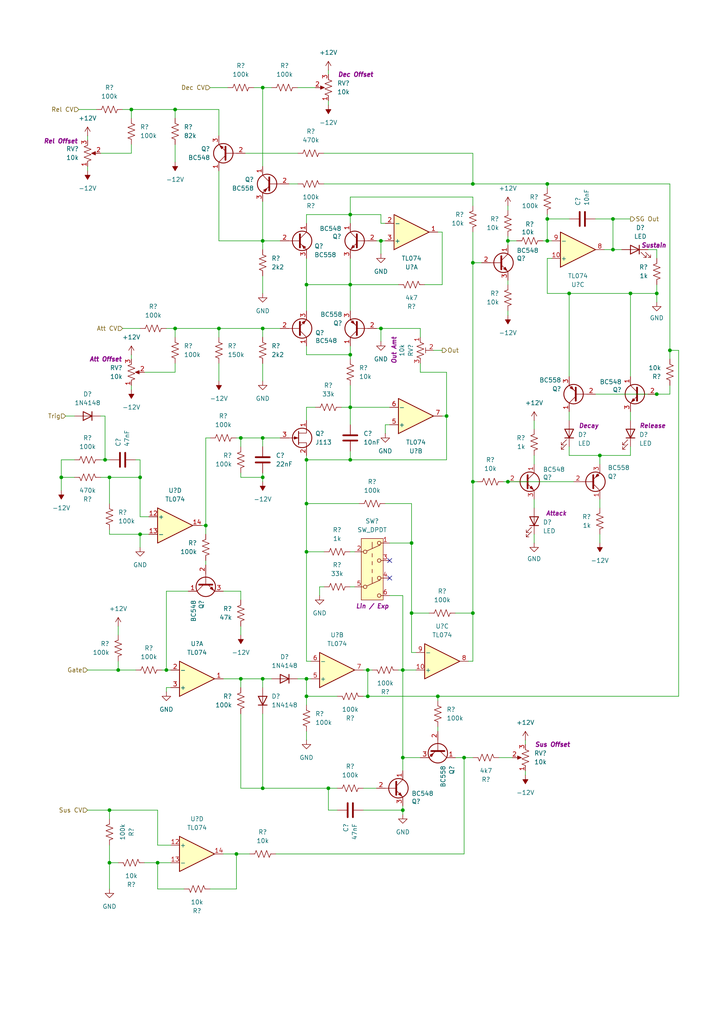
<source format=kicad_sch>
(kicad_sch (version 20250114) (generator "eeschema") (generator_version "9.0")
  (paper "A4" portrait)
  (title_block (company "DMH Instruments") (comment 1 "PCB for 15cm Kosmo format synthesizer module"))
  (junction (at 17.78 138.43))
  (junction (at 45.72 250.19))
  (junction (at 173.99 132.08))
  (junction (at 158.75 53.34))
  (junction (at 31.75 138.43))
  (junction (at 158.75 69.85))
  (junction (at 137.16 53.34))
  (junction (at 101.6 82.55))
  (junction (at 76.2 228.6))
  (junction (at 76.2 25.4))
  (junction (at 165.1 85.09))
  (junction (at 119.38 157.48))
  (junction (at 116.84 234.95))
  (junction (at 147.32 69.85))
  (junction (at 177.8 72.39))
  (junction (at 88.9 146.05))
  (junction (at 147.32 139.7))
  (junction (at 129.54 120.65))
  (junction (at 88.9 201.93))
  (junction (at 76.2 138.43))
  (junction (at 127 201.93))
  (junction (at 101.6 118.11))
  (junction (at 31.75 250.19))
  (junction (at 119.38 177.8))
  (junction (at 190.5 85.09))
  (junction (at 50.8 31.75))
  (junction (at 101.6 62.23))
  (junction (at 31.75 234.95))
  (junction (at 69.85 127))
  (junction (at 63.5 95.25))
  (junction (at 88.9 160.02))
  (junction (at 137.16 139.7))
  (junction (at 50.8 95.25))
  (junction (at 38.1 31.75))
  (junction (at 30.48 133.35))
  (junction (at 76.2 196.85))
  (junction (at 106.68 194.31))
  (junction (at 101.6 133.35))
  (junction (at 95.25 228.6))
  (junction (at 76.2 95.25))
  (junction (at 59.69 152.4))
  (junction (at 106.68 201.93))
  (junction (at 194.31 101.6))
  (junction (at 76.2 127))
  (junction (at 88.9 82.55))
  (junction (at 134.62 219.71))
  (junction (at 69.85 196.85))
  (junction (at 101.6 102.87))
  (junction (at 177.8 63.5))
  (junction (at 34.29 194.31))
  (junction (at 158.75 63.5))
  (junction (at 76.2 69.85))
  (junction (at 40.64 154.94))
  (junction (at 110.49 95.25))
  (junction (at 137.16 76.2))
  (junction (at 88.9 196.85))
  (junction (at 116.84 219.71))
  (junction (at 190.5 114.3))
  (junction (at 40.64 138.43))
  (junction (at 110.49 69.85))
  (junction (at 116.84 194.31))
  (junction (at 182.88 85.09))
  (junction (at 137.16 177.8))
  (junction (at 48.26 194.31))
  (junction (at 68.58 247.65))
  (junction (at 88.9 133.35))
  (no_connect (at 113.03 162.56))
  (no_connect (at 113.03 167.64))
  (wire (pts (xy 48.26 171.45) (xy 48.26 194.31)))
  (wire (pts (xy 154.94 121.92) (xy 154.94 124.46)))
  (wire (pts (xy 48.26 194.31) (xy 49.53 194.31)))
  (wire (pts (xy 19.05 120.65) (xy 21.59 120.65)))
  (wire (pts (xy 63.5 69.85) (xy 76.2 69.85)))
  (wire (pts (xy 76.2 196.85) (xy 78.74 196.85)))
  (wire (pts (xy 121.92 107.95) (xy 129.54 107.95)))
  (wire (pts (xy 132.08 177.8) (xy 137.16 177.8)))
  (wire (pts (xy 182.88 129.54) (xy 182.88 132.08)))
  (wire (pts (xy 158.75 69.85) (xy 160.02 69.85)))
  (wire (pts (xy 90.17 191.77) (xy 88.9 191.77)))
  (wire (pts (xy 154.94 132.08) (xy 154.94 134.62)))
  (wire (pts (xy 116.84 233.68) (xy 116.84 234.95)))
  (wire (pts (xy 129.54 120.65) (xy 128.27 120.65)))
  (wire (pts (xy 113.03 157.48) (xy 119.38 157.48)))
  (wire (pts (xy 137.16 76.2) (xy 137.16 139.7)))
  (wire (pts (xy 110.49 69.85) (xy 110.49 73.66)))
  (wire (pts (xy 25.4 194.31) (xy 34.29 194.31)))
  (wire (pts (xy 116.84 219.71) (xy 116.84 223.52)))
  (wire (pts (xy 101.6 82.55) (xy 101.6 90.17)))
  (wire (pts (xy 99.06 118.11) (xy 101.6 118.11)))
  (wire (pts (xy 106.68 201.93) (xy 106.68 194.31)))
  (wire (pts (xy 59.69 152.4) (xy 58.42 152.4)))
  (wire (pts (xy 88.9 196.85) (xy 88.9 201.93)))
  (wire (pts (xy 158.75 85.09) (xy 165.1 85.09)))
  (wire (pts (xy 97.79 234.95) (xy 95.25 234.95)))
  (wire (pts (xy 196.85 101.6) (xy 194.31 101.6)))
  (wire (pts (xy 106.68 194.31) (xy 107.95 194.31)))
  (wire (pts (xy 63.5 31.75) (xy 50.8 31.75)))
  (wire (pts (xy 76.2 129.54) (xy 76.2 127)))
  (wire (pts (xy 137.16 57.15) (xy 101.6 57.15)))
  (wire (pts (xy 109.22 69.85) (xy 110.49 69.85)))
  (wire (pts (xy 93.98 170.18) (xy 92.71 170.18)))
  (wire (pts (xy 88.9 196.85) (xy 90.17 196.85)))
  (wire (pts (xy 182.88 85.09) (xy 182.88 109.22)))
  (wire (pts (xy 76.2 80.01) (xy 76.2 85.09)))
  (wire (pts (xy 40.64 154.94) (xy 40.64 158.75)))
  (wire (pts (xy 17.78 142.24) (xy 17.78 138.43)))
  (wire (pts (xy 137.16 44.45) (xy 137.16 53.34)))
  (wire (pts (xy 31.75 138.43) (xy 31.75 146.05)))
  (wire (pts (xy 101.6 57.15) (xy 101.6 62.23)))
  (wire (pts (xy 137.16 177.8) (xy 137.16 191.77)))
  (wire (pts (xy 88.9 160.02) (xy 93.98 160.02)))
  (wire (pts (xy 121.92 95.25) (xy 121.92 97.79)))
  (wire (pts (xy 93.98 53.34) (xy 137.16 53.34)))
  (wire (pts (xy 63.5 39.37) (xy 63.5 31.75)))
  (wire (pts (xy 38.1 41.91) (xy 38.1 44.45)))
  (wire (pts (xy 50.8 41.91) (xy 50.8 46.99)))
  (wire (pts (xy 152.4 214.63) (xy 152.4 215.9)))
  (wire (pts (xy 110.49 62.23) (xy 101.6 62.23)))
  (wire (pts (xy 157.48 69.85) (xy 158.75 69.85)))
  (wire (pts (xy 88.9 118.11) (xy 91.44 118.11)))
  (wire (pts (xy 165.1 132.08) (xy 173.99 132.08)))
  (wire (pts (xy 110.49 64.77) (xy 110.49 62.23)))
  (wire (pts (xy 165.1 119.38) (xy 165.1 121.92)))
  (wire (pts (xy 194.31 104.14) (xy 194.31 101.6)))
  (wire (pts (xy 194.31 111.76) (xy 194.31 114.3)))
  (wire (pts (xy 119.38 146.05) (xy 119.38 157.48)))
  (wire (pts (xy 101.6 111.76) (xy 101.6 118.11)))
  (wire (pts (xy 116.84 194.31) (xy 120.65 194.31)))
  (wire (pts (xy 60.96 25.4) (xy 66.04 25.4)))
  (wire (pts (xy 177.8 72.39) (xy 180.34 72.39)))
  (wire (pts (xy 88.9 160.02) (xy 88.9 146.05)))
  (wire (pts (xy 137.16 67.31) (xy 137.16 76.2)))
  (wire (pts (xy 127 210.82) (xy 127 212.09)))
  (wire (pts (xy 69.85 129.54) (xy 69.85 127)))
  (wire (pts (xy 95.25 228.6) (xy 97.79 228.6)))
  (wire (pts (xy 88.9 102.87) (xy 101.6 102.87)))
  (wire (pts (xy 158.75 53.34) (xy 158.75 54.61)))
  (wire (pts (xy 35.56 31.75) (xy 38.1 31.75)))
  (wire (pts (xy 119.38 177.8) (xy 124.46 177.8)))
  (wire (pts (xy 165.1 85.09) (xy 182.88 85.09)))
  (wire (pts (xy 34.29 194.31) (xy 34.29 191.77)))
  (wire (pts (xy 88.9 132.08) (xy 88.9 133.35)))
  (wire (pts (xy 45.72 245.11) (xy 45.72 234.95)))
  (wire (pts (xy 194.31 101.6) (xy 194.31 53.34)))
  (wire (pts (xy 175.26 72.39) (xy 177.8 72.39)))
  (wire (pts (xy 88.9 74.93) (xy 88.9 82.55)))
  (wire (pts (xy 63.5 105.41) (xy 63.5 110.49)))
  (wire (pts (xy 40.64 138.43) (xy 40.64 149.86)))
  (wire (pts (xy 76.2 228.6) (xy 95.25 228.6)))
  (wire (pts (xy 101.6 82.55) (xy 115.57 82.55)))
  (wire (pts (xy 127 67.31) (xy 128.27 67.31)))
  (wire (pts (xy 147.32 69.85) (xy 149.86 69.85)))
  (wire (pts (xy 137.16 53.34) (xy 158.75 53.34)))
  (wire (pts (xy 25.4 39.37) (xy 25.4 40.64)))
  (wire (pts (xy 38.1 102.87) (xy 38.1 104.14)))
  (wire (pts (xy 50.8 95.25) (xy 63.5 95.25)))
  (wire (pts (xy 137.16 76.2) (xy 139.7 76.2)))
  (wire (pts (xy 129.54 133.35) (xy 129.54 120.65)))
  (wire (pts (xy 31.75 138.43) (xy 40.64 138.43)))
  (wire (pts (xy 113.03 123.19) (xy 111.76 123.19)))
  (wire (pts (xy 49.53 199.39) (xy 48.26 199.39)))
  (wire (pts (xy 137.16 191.77) (xy 135.89 191.77)))
  (wire (pts (xy 81.28 95.25) (xy 76.2 95.25)))
  (wire (pts (xy 116.84 194.31) (xy 116.84 219.71)))
  (wire (pts (xy 88.9 133.35) (xy 101.6 133.35)))
  (wire (pts (xy 88.9 146.05) (xy 88.9 133.35)))
  (wire (pts (xy 76.2 69.85) (xy 76.2 72.39)))
  (wire (pts (xy 69.85 228.6) (xy 76.2 228.6)))
  (wire (pts (xy 53.34 257.81) (xy 45.72 257.81)))
  (wire (pts (xy 146.05 139.7) (xy 147.32 139.7)))
  (wire (pts (xy 132.08 219.71) (xy 134.62 219.71)))
  (wire (pts (xy 68.58 127) (xy 69.85 127)))
  (wire (pts (xy 177.8 72.39) (xy 177.8 63.5)))
  (wire (pts (xy 76.2 25.4) (xy 76.2 48.26)))
  (wire (pts (xy 119.38 157.48) (xy 119.38 177.8)))
  (wire (pts (xy 147.32 68.58) (xy 147.32 69.85)))
  (wire (pts (xy 17.78 138.43) (xy 21.59 138.43)))
  (wire (pts (xy 194.31 114.3) (xy 190.5 114.3)))
  (wire (pts (xy 69.85 138.43) (xy 76.2 138.43)))
  (wire (pts (xy 50.8 31.75) (xy 38.1 31.75)))
  (wire (pts (xy 190.5 85.09) (xy 190.5 87.63)))
  (wire (pts (xy 38.1 111.76) (xy 38.1 113.03)))
  (wire (pts (xy 144.78 219.71) (xy 148.59 219.71)))
  (wire (pts (xy 31.75 234.95) (xy 31.75 237.49)))
  (wire (pts (xy 111.76 146.05) (xy 119.38 146.05)))
  (wire (pts (xy 29.21 138.43) (xy 31.75 138.43)))
  (wire (pts (xy 154.94 154.94) (xy 154.94 157.48)))
  (wire (pts (xy 76.2 105.41) (xy 76.2 110.49)))
  (wire (pts (xy 86.36 25.4) (xy 91.44 25.4)))
  (wire (pts (xy 68.58 257.81) (xy 68.58 247.65)))
  (wire (pts (xy 86.36 196.85) (xy 88.9 196.85)))
  (wire (pts (xy 110.49 95.25) (xy 110.49 99.06)))
  (wire (pts (xy 152.4 223.52) (xy 152.4 224.79)))
  (wire (pts (xy 76.2 196.85) (xy 69.85 196.85)))
  (wire (pts (xy 40.64 154.94) (xy 31.75 154.94)))
  (wire (pts (xy 101.6 160.02) (xy 102.87 160.02)))
  (wire (pts (xy 116.84 172.72) (xy 116.84 194.31)))
  (wire (pts (xy 173.99 132.08) (xy 182.88 132.08)))
  (wire (pts (xy 105.41 234.95) (xy 116.84 234.95)))
  (wire (pts (xy 76.2 127) (xy 81.28 127)))
  (wire (pts (xy 121.92 105.41) (xy 121.92 107.95)))
  (wire (pts (xy 38.1 31.75) (xy 38.1 34.29)))
  (wire (pts (xy 147.32 90.17) (xy 147.32 91.44)))
  (wire (pts (xy 73.66 25.4) (xy 76.2 25.4)))
  (wire (pts (xy 69.85 181.61) (xy 69.85 184.15)))
  (wire (pts (xy 95.25 20.32) (xy 95.25 21.59)))
  (wire (pts (xy 158.75 74.93) (xy 158.75 85.09)))
  (wire (pts (xy 95.25 29.21) (xy 95.25 30.48)))
  (wire (pts (xy 119.38 189.23) (xy 120.65 189.23)))
  (wire (pts (xy 128.27 82.55) (xy 123.19 82.55)))
  (wire (pts (xy 39.37 194.31) (xy 34.29 194.31)))
  (wire (pts (xy 88.9 146.05) (xy 104.14 146.05)))
  (wire (pts (xy 105.41 228.6) (xy 109.22 228.6)))
  (wire (pts (xy 182.88 85.09) (xy 190.5 85.09)))
  (wire (pts (xy 88.9 82.55) (xy 101.6 82.55)))
  (wire (pts (xy 111.76 64.77) (xy 110.49 64.77)))
  (wire (pts (xy 76.2 138.43) (xy 76.2 139.7)))
  (wire (pts (xy 50.8 97.79) (xy 50.8 95.25)))
  (wire (pts (xy 25.4 234.95) (xy 31.75 234.95)))
  (wire (pts (xy 101.6 62.23) (xy 101.6 64.77)))
  (wire (pts (xy 147.32 59.69) (xy 147.32 60.96)))
  (wire (pts (xy 172.72 63.5) (xy 177.8 63.5)))
  (wire (pts (xy 116.84 234.95) (xy 116.84 236.22)))
  (wire (pts (xy 22.86 31.75) (xy 27.94 31.75)))
  (wire (pts (xy 59.69 152.4) (xy 59.69 127)))
  (wire (pts (xy 60.96 257.81) (xy 68.58 257.81)))
  (wire (pts (xy 69.85 207.01) (xy 69.85 228.6)))
  (wire (pts (xy 30.48 120.65) (xy 30.48 133.35)))
  (wire (pts (xy 119.38 177.8) (xy 119.38 189.23)))
  (wire (pts (xy 88.9 212.09) (xy 88.9 214.63)))
  (wire (pts (xy 190.5 72.39) (xy 190.5 74.93)))
  (wire (pts (xy 76.2 95.25) (xy 76.2 97.79)))
  (wire (pts (xy 137.16 139.7) (xy 137.16 177.8)))
  (wire (pts (xy 137.16 59.69) (xy 137.16 57.15)))
  (wire (pts (xy 129.54 107.95) (xy 129.54 120.65)))
  (wire (pts (xy 137.16 139.7) (xy 138.43 139.7)))
  (wire (pts (xy 196.85 201.93) (xy 196.85 101.6)))
  (wire (pts (xy 110.49 69.85) (xy 111.76 69.85)))
  (wire (pts (xy 64.77 171.45) (xy 69.85 171.45)))
  (wire (pts (xy 31.75 154.94) (xy 31.75 153.67)))
  (wire (pts (xy 88.9 191.77) (xy 88.9 160.02)))
  (wire (pts (xy 190.5 82.55) (xy 190.5 85.09)))
  (wire (pts (xy 69.85 196.85) (xy 69.85 199.39)))
  (wire (pts (xy 80.01 247.65) (xy 134.62 247.65)))
  (wire (pts (xy 101.6 133.35) (xy 129.54 133.35)))
  (wire (pts (xy 76.2 25.4) (xy 78.74 25.4)))
  (wire (pts (xy 101.6 102.87) (xy 101.6 104.14)))
  (wire (pts (xy 158.75 62.23) (xy 158.75 63.5)))
  (wire (pts (xy 63.5 95.25) (xy 76.2 95.25)))
  (wire (pts (xy 109.22 95.25) (xy 110.49 95.25)))
  (wire (pts (xy 113.03 172.72) (xy 116.84 172.72)))
  (wire (pts (xy 41.91 250.19) (xy 45.72 250.19)))
  (wire (pts (xy 34.29 181.61) (xy 34.29 184.15)))
  (wire (pts (xy 95.25 234.95) (xy 95.25 228.6)))
  (wire (pts (xy 45.72 250.19) (xy 49.53 250.19)))
  (wire (pts (xy 25.4 48.26) (xy 25.4 49.53)))
  (wire (pts (xy 92.71 170.18) (xy 92.71 172.72)))
  (wire (pts (xy 76.2 199.39) (xy 76.2 196.85)))
  (wire (pts (xy 41.91 107.95) (xy 50.8 107.95)))
  (wire (pts (xy 76.2 58.42) (xy 76.2 69.85)))
  (wire (pts (xy 182.88 119.38) (xy 182.88 121.92)))
  (wire (pts (xy 158.75 63.5) (xy 165.1 63.5)))
  (wire (pts (xy 93.98 44.45) (xy 137.16 44.45)))
  (wire (pts (xy 17.78 133.35) (xy 17.78 138.43)))
  (wire (pts (xy 88.9 121.92) (xy 88.9 118.11)))
  (wire (pts (xy 64.77 247.65) (xy 68.58 247.65)))
  (wire (pts (xy 59.69 162.56) (xy 59.69 163.83)))
  (wire (pts (xy 29.21 120.65) (xy 30.48 120.65)))
  (wire (pts (xy 160.02 74.93) (xy 158.75 74.93)))
  (wire (pts (xy 38.1 44.45) (xy 29.21 44.45)))
  (wire (pts (xy 101.6 118.11) (xy 113.03 118.11)))
  (wire (pts (xy 83.82 53.34) (xy 86.36 53.34)))
  (wire (pts (xy 50.8 107.95) (xy 50.8 105.41)))
  (wire (pts (xy 69.85 137.16) (xy 69.85 138.43)))
  (wire (pts (xy 35.56 95.25) (xy 40.64 95.25)))
  (wire (pts (xy 101.6 118.11) (xy 101.6 123.19)))
  (wire (pts (xy 76.2 69.85) (xy 81.28 69.85)))
  (wire (pts (xy 173.99 144.78) (xy 173.99 147.32)))
  (wire (pts (xy 101.6 130.81) (xy 101.6 133.35)))
  (wire (pts (xy 88.9 82.55) (xy 88.9 90.17)))
  (wire (pts (xy 105.41 194.31) (xy 106.68 194.31)))
  (wire (pts (xy 69.85 127) (xy 76.2 127)))
  (wire (pts (xy 101.6 100.33) (xy 101.6 102.87)))
  (wire (pts (xy 147.32 69.85) (xy 147.32 71.12)))
  (wire (pts (xy 154.94 144.78) (xy 154.94 147.32)))
  (wire (pts (xy 54.61 171.45) (xy 48.26 171.45)))
  (wire (pts (xy 48.26 199.39) (xy 48.26 200.66)))
  (wire (pts (xy 134.62 247.65) (xy 134.62 219.71)))
  (wire (pts (xy 69.85 171.45) (xy 69.85 173.99)))
  (wire (pts (xy 68.58 247.65) (xy 72.39 247.65)))
  (wire (pts (xy 127 201.93) (xy 196.85 201.93)))
  (wire (pts (xy 158.75 63.5) (xy 158.75 69.85)))
  (wire (pts (xy 173.99 132.08) (xy 173.99 134.62)))
  (wire (pts (xy 59.69 127) (xy 60.96 127)))
  (wire (pts (xy 187.96 72.39) (xy 190.5 72.39)))
  (wire (pts (xy 88.9 201.93) (xy 88.9 204.47)))
  (wire (pts (xy 49.53 245.11) (xy 45.72 245.11)))
  (wire (pts (xy 63.5 95.25) (xy 63.5 97.79)))
  (wire (pts (xy 40.64 133.35) (xy 40.64 138.43)))
  (wire (pts (xy 106.68 201.93) (xy 127 201.93)))
  (wire (pts (xy 165.1 129.54) (xy 165.1 132.08)))
  (wire (pts (xy 45.72 257.81) (xy 45.72 250.19)))
  (wire (pts (xy 134.62 219.71) (xy 137.16 219.71)))
  (wire (pts (xy 30.48 133.35) (xy 31.75 133.35)))
  (wire (pts (xy 76.2 207.01) (xy 76.2 228.6)))
  (wire (pts (xy 101.6 62.23) (xy 88.9 62.23)))
  (wire (pts (xy 88.9 100.33) (xy 88.9 102.87)))
  (wire (pts (xy 116.84 219.71) (xy 121.92 219.71)))
  (wire (pts (xy 64.77 196.85) (xy 69.85 196.85)))
  (wire (pts (xy 59.69 152.4) (xy 59.69 154.94)))
  (wire (pts (xy 101.6 170.18) (xy 102.87 170.18)))
  (wire (pts (xy 31.75 250.19) (xy 34.29 250.19)))
  (wire (pts (xy 172.72 114.3) (xy 190.5 114.3)))
  (wire (pts (xy 101.6 74.93) (xy 101.6 82.55)))
  (wire (pts (xy 39.37 133.35) (xy 40.64 133.35)))
  (wire (pts (xy 21.59 133.35) (xy 17.78 133.35)))
  (wire (pts (xy 40.64 149.86) (xy 43.18 149.86)))
  (wire (pts (xy 115.57 194.31) (xy 116.84 194.31)))
  (wire (pts (xy 147.32 139.7) (xy 166.37 139.7)))
  (wire (pts (xy 45.72 234.95) (xy 31.75 234.95)))
  (wire (pts (xy 31.75 250.19) (xy 31.75 257.81)))
  (wire (pts (xy 111.76 123.19) (xy 111.76 125.73)))
  (wire (pts (xy 29.21 133.35) (xy 30.48 133.35)))
  (wire (pts (xy 110.49 95.25) (xy 121.92 95.25)))
  (wire (pts (xy 88.9 201.93) (xy 97.79 201.93)))
  (wire (pts (xy 50.8 34.29) (xy 50.8 31.75)))
  (wire (pts (xy 173.99 154.94) (xy 173.99 157.48)))
  (wire (pts (xy 88.9 62.23) (xy 88.9 64.77)))
  (wire (pts (xy 71.12 44.45) (xy 86.36 44.45)))
  (wire (pts (xy 127 201.93) (xy 127 203.2)))
  (wire (pts (xy 177.8 63.5) (xy 182.88 63.5)))
  (wire (pts (xy 105.41 201.93) (xy 106.68 201.93)))
  (wire (pts (xy 48.26 95.25) (xy 50.8 95.25)))
  (wire (pts (xy 31.75 245.11) (xy 31.75 250.19)))
  (wire (pts (xy 147.32 81.28) (xy 147.32 82.55)))
  (wire (pts (xy 165.1 85.09) (xy 165.1 109.22)))
  (wire (pts (xy 63.5 49.53) (xy 63.5 69.85)))
  (wire (pts (xy 46.99 194.31) (xy 48.26 194.31)))
  (wire (pts (xy 76.2 137.16) (xy 76.2 138.43)))
  (wire (pts (xy 128.27 67.31) (xy 128.27 82.55)))
  (wire (pts (xy 43.18 154.94) (xy 40.64 154.94)))
  (wire (pts (xy 194.31 53.34) (xy 158.75 53.34)))
  (wire (pts (xy 125.73 101.6) (xy 128.27 101.6)))
  (hierarchical_label "SG Out" (shape output) (at 182.88 63.5 0))
  (hierarchical_label "Rel CV" (shape input) (at 22.86 31.75 180))
  (hierarchical_label "Trig" (shape input) (at 19.05 120.65 180))
  (hierarchical_label "Out" (shape output) (at 128.27 101.6 0))
  (hierarchical_label "Sus CV" (shape input) (at 25.4 234.95 180))
  (hierarchical_label "Dec CV" (shape input) (at 60.96 25.4 180))
  (hierarchical_label "Gate" (shape input) (at 25.4 194.31 180))
  (hierarchical_label "Att CV" (shape input) (at 35.56 95.25 180))
  (symbol (lib_id "power:-12V") (at 95.25 30.48 180) (unit 1)
    (property "Reference" "#PWR?" (effects (hide yes)))
    (property "Value" "-12V" (at 95.25 35.56 0))
    (property "Description" "Power symbol creates a global label with name \"-12V\"" (effects (hide yes)))
  )
  (symbol (lib_id "Device:R_US") (at 158.75 58.42 0) (mirror y) (unit 1)
    (property "Reference" "R?" (at 156.21 57.1499 0) (effects (justify left)))
    (property "Value" "100k" (at 156.21 59.6899 0) (effects (justify left)))
    (property "Footprint" "Resistor_THT:R_Axial_DIN0207_L6.3mm_D2.5mm_P7.62mm_Horizontal" (effects (hide yes)))
    (property "Description" "Resistor, US symbol" (effects (hide yes)))
  )
  (symbol (lib_id "power:-12V") (at 69.85 184.15 180) (unit 1)
    (property "Reference" "#PWR?" (effects (hide yes)))
    (property "Value" "-12V" (at 69.85 189.23 0))
    (property "Description" "Power symbol creates a global label with name \"-12V\"" (effects (hide yes)))
  )
  (symbol (lib_id "Device:R_US") (at 82.55 25.4 90) (unit 1)
    (property "Reference" "R?" (at 82.55 19.05 90))
    (property "Value" "100k" (at 82.55 21.59 90))
    (property "Footprint" "Resistor_THT:R_Axial_DIN0207_L6.3mm_D2.5mm_P7.62mm_Horizontal" (effects (hide yes)))
    (property "Description" "Resistor, US symbol" (effects (hide yes)))
  )
  (symbol (lib_id "Device:R_US") (at 31.75 149.86 180) (unit 1)
    (property "Reference" "R?" (at 34.29 148.5899 0) (effects (justify right)))
    (property "Value" "100k" (at 34.29 151.1299 0) (effects (justify right)))
    (property "Footprint" "Resistor_THT:R_Axial_DIN0207_L6.3mm_D2.5mm_P7.62mm_Horizontal" (effects (hide yes)))
    (property "Description" "Resistor, US symbol" (effects (hide yes)))
  )
  (symbol (lib_id "Transistor_FET:MMBFJ113") (at 86.36 127 0) (unit 1)
    (property "Reference" "Q?" (at 91.44 125.7299 0) (effects (justify left)))
    (property "Value" "J113" (at 91.44 128.2699 0) (effects (justify left)))
    (property "Footprint" "Package_TO_SOT_THT:TO-92_Inline" (effects (hide yes)))
    (property "Datasheet" "https://www.onsemi.com/pub/Collateral/MMBFJ113-D.PDF" (effects (hide yes)))
    (property "Description" "2mA min, 35V, 100mOhm max, 0.5-3V Vgs(off), N-Channel JFET, SOT-23" (effects (hide yes)))
  )
  (symbol (lib_id "Device:R_US") (at 57.15 257.81 270) (mirror x) (unit 1)
    (property "Reference" "R?" (at 57.15 264.16 90))
    (property "Value" "10k" (at 57.15 261.62 90))
    (property "Footprint" "Resistor_THT:R_Axial_DIN0207_L6.3mm_D2.5mm_P7.62mm_Horizontal" (effects (hide yes)))
    (property "Description" "Resistor, US symbol" (effects (hide yes)))
  )
  (symbol (lib_id "Device:R_US") (at 38.1 38.1 180) (unit 1)
    (property "Reference" "R?" (at 40.64 36.8299 0) (effects (justify right)))
    (property "Value" "100k" (at 40.64 39.3699 0) (effects (justify right)))
    (property "Footprint" "Resistor_THT:R_Axial_DIN0207_L6.3mm_D2.5mm_P7.62mm_Horizontal" (effects (hide yes)))
    (property "Description" "Resistor, US symbol" (effects (hide yes)))
  )
  (symbol (lib_id "Device:R_US") (at 59.69 158.75 0) (mirror x) (unit 1)
    (property "Reference" "R?" (at 57.15 157.4799 0) (effects (justify right)))
    (property "Value" "100k" (at 57.15 160.0199 0) (effects (justify right)))
    (property "Footprint" "Resistor_THT:R_Axial_DIN0207_L6.3mm_D2.5mm_P7.62mm_Horizontal" (effects (hide yes)))
    (property "Description" "Resistor, US symbol" (effects (hide yes)))
  )
  (symbol (lib_id "power:GND") (at 40.64 158.75 0) (unit 1)
    (property "Reference" "#PWR?" (effects (hide yes)))
    (property "Value" "GND" (at 40.64 163.83 0))
    (property "Description" "Power symbol creates a global label with name \"GND\" , ground" (effects (hide yes)))
  )
  (symbol (lib_id "power:+12V") (at 95.25 20.32 0) (unit 1)
    (property "Reference" "#PWR?" (effects (hide yes)))
    (property "Value" "+12V" (at 95.25 15.24 0))
    (property "Description" "Power symbol creates a global label with name \"+12V\"" (effects (hide yes)))
  )
  (symbol (lib_id "Diode:1N4148") (at 82.55 196.85 180) (unit 1)
    (property "Reference" "D?" (at 82.55 190.5 0))
    (property "Value" "1N4148" (at 82.55 193.04 0))
    (property "Footprint" "Diode_THT:D_DO-35_SOD27_P7.62mm_Horizontal" (effects (hide yes)))
    (property "Datasheet" "https://assets.nexperia.com/documents/data-sheet/1N4148_1N4448.pdf" (effects (hide yes)))
    (property "Description" "100V 0.15A standard switching diode, DO-35" (effects (hide yes)))
    (property "Sim.Device" "D" (effects (hide yes)))
    (property "Sim.Pins" "1=K 2=A" (effects (hide yes)))
  )
  (symbol (lib_id "Device:R_US") (at 101.6 228.6 270) (unit 1)
    (property "Reference" "R?" (at 101.6 222.25 90))
    (property "Value" "100k" (at 101.6 224.79 90))
    (property "Footprint" "Resistor_THT:R_Axial_DIN0207_L6.3mm_D2.5mm_P7.62mm_Horizontal" (effects (hide yes)))
    (property "Description" "Resistor, US symbol" (effects (hide yes)))
  )
  (symbol (lib_id "Device:R_US") (at 69.85 203.2 0) (mirror x) (unit 1)
    (property "Reference" "R?" (at 67.31 201.9299 0) (effects (justify right)))
    (property "Value" "100k" (at 67.31 204.4699 0) (effects (justify right)))
    (property "Footprint" "Resistor_THT:R_Axial_DIN0207_L6.3mm_D2.5mm_P7.62mm_Horizontal" (effects (hide yes)))
    (property "Description" "Resistor, US symbol" (effects (hide yes)))
  )
  (symbol (lib_id "Device:R_US") (at 76.2 247.65 270) (unit 1)
    (property "Reference" "R?" (at 76.2 241.3 90))
    (property "Value" "10k" (at 76.2 243.84 90))
    (property "Footprint" "Resistor_THT:R_Axial_DIN0207_L6.3mm_D2.5mm_P7.62mm_Horizontal" (effects (hide yes)))
    (property "Description" "Resistor, US symbol" (effects (hide yes)))
  )
  (symbol (lib_id "power:GND") (at 190.5 87.63 0) (unit 1)
    (property "Reference" "#PWR?" (effects (hide yes)))
    (property "Value" "GND" (at 190.5 92.202 0))
    (property "Description" "Power symbol creates a global label with name \"GND\" , ground" (effects (hide yes)))
  )
  (symbol (lib_id "power:-12V") (at 147.32 91.44 180) (unit 1)
    (property "Reference" "#PWR?" (effects (hide yes)))
    (property "Value" "-12V" (at 147.32 96.52 0))
    (property "Description" "Power symbol creates a global label with name \"-12V\"" (effects (hide yes)))
  )
  (symbol (lib_id "power:+12V") (at 147.32 59.69 0) (unit 1)
    (property "Reference" "#PWR?" (effects (hide yes)))
    (property "Value" "+12V" (at 147.32 54.61 0))
    (property "Description" "Power symbol creates a global label with name \"+12V\"" (effects (hide yes)))
  )
  (symbol (lib_id "Device:R_US") (at 90.17 53.34 90) (mirror x) (unit 1)
    (property "Reference" "R?" (at 90.17 59.69 90))
    (property "Value" "100k" (at 90.17 57.15 90))
    (property "Footprint" "Resistor_THT:R_Axial_DIN0207_L6.3mm_D2.5mm_P7.62mm_Horizontal" (effects (hide yes)))
    (property "Description" "Resistor, US symbol" (effects (hide yes)))
  )
  (symbol (lib_id "Transistor_BJT:BC548") (at 86.36 95.25 0) (mirror x) (unit 1)
    (property "Reference" "Q?" (at 91.44 96.52 0) (effects (justify left)))
    (property "Value" "BC548" (at 91.44 98.806 0) (effects (justify left)))
    (property "Footprint" "Package_TO_SOT_THT:TO-92L_Inline_Wide" (effects (hide yes)))
    (property "Datasheet" "https://www.onsemi.com/pub/Collateral/BC550-D.pdf" (effects (hide yes)))
    (property "Description" "0.1A Ic, 30V Vce, Small Signal NPN Transistor, TO-92" (effects (hide yes)))
  )
  (symbol (lib_id "Device:C") (at 168.91 63.5 90) (unit 1)
    (property "Reference" "C?" (at 167.6399 59.69 0) (effects (justify left)))
    (property "Value" "10nF" (at 170.1799 59.69 0) (effects (justify left)))
    (property "Footprint" "Capacitor_THT:C_Disc_D4.3mm_W1.9mm_P5.00mm" (effects (hide yes)))
    (property "Description" "Unpolarized capacitor" (effects (hide yes)))
  )
  (symbol (lib_id "power:+12V") (at 34.29 181.61 0) (mirror y) (unit 1)
    (property "Reference" "#PWR?" (effects (hide yes)))
    (property "Value" "+12V" (at 34.29 176.53 0))
    (property "Description" "Power symbol creates a global label with name \"+12V\"" (effects (hide yes)))
  )
  (symbol (lib_id "Device:C") (at 101.6 234.95 90) (mirror x) (unit 1)
    (property "Reference" "C?" (at 100.3299 238.76 0) (effects (justify left)))
    (property "Value" "47nF" (at 102.8699 238.76 0) (effects (justify left)))
    (property "Footprint" "Capacitor_THT:C_Disc_D4.3mm_W1.9mm_P5.00mm" (effects (hide yes)))
    (property "Description" "Unpolarized capacitor" (effects (hide yes)))
  )
  (symbol (lib_id "Device:R_Potentiometer_US") (at 95.25 25.4 180) (unit 1) (on_board no)
    (property "Reference" "RV?" (at 97.79 24.1299 0) (effects (justify right)))
    (property "Value" "10k" (at 97.79 26.6699 0) (effects (justify right)))
    (property "Footprint" "SynthStuff:Potentiometer_Alpha_RD901F-40-00D_Single_Vertical" (effects (hide yes)))
    (property "Description" "Potentiometer, US symbol" (effects (hide yes)))
    (property "Function" "Dec Offset" (at 98.044 21.59 0) (effects (font (thickness 0.254) (bold yes) (italic yes)) (justify right)))
  )
  (symbol (lib_id "Device:LED") (at 182.88 125.73 270) (mirror x) (unit 1)
    (property "Reference" "D?" (at 185.42 126.0474 90) (effects (justify left)))
    (property "Value" "LED" (at 185.42 128.5874 90) (effects (justify left)))
    (property "Footprint" "LED_THT:LED_D3.0mm" (effects (hide yes)))
    (property "Description" "Light emitting diode" (effects (hide yes)))
    (property "Sim.Pins" "1=K 2=A" (effects (hide yes)))
    (property "Function" "Release" (at 189.23 123.444 90) (effects (font (thickness 0.254) (bold yes) (italic yes))))
  )
  (symbol (lib_id "Device:R_US") (at 50.8 101.6 180) (unit 1)
    (property "Reference" "R?" (at 53.34 100.3299 0) (effects (justify right)))
    (property "Value" "100k" (at 53.34 102.8699 0) (effects (justify right)))
    (property "Footprint" "Resistor_THT:R_Axial_DIN0207_L6.3mm_D2.5mm_P7.62mm_Horizontal" (effects (hide yes)))
    (property "Description" "Resistor, US symbol" (effects (hide yes)))
  )
  (symbol (lib_id "Device:R_US") (at 76.2 76.2 180) (unit 1)
    (property "Reference" "R?" (at 78.74 74.9299 0) (effects (justify right)))
    (property "Value" "2k2" (at 78.74 77.4699 0) (effects (justify right)))
    (property "Footprint" "Resistor_THT:R_Axial_DIN0207_L6.3mm_D2.5mm_P7.62mm_Horizontal" (effects (hide yes)))
    (property "Description" "Resistor, US symbol" (effects (hide yes)))
  )
  (symbol (lib_id "power:-12V") (at 173.99 157.48 180) (unit 1)
    (property "Reference" "#PWR?" (effects (hide yes)))
    (property "Value" "-12V" (at 173.99 162.56 0))
    (property "Description" "Power symbol creates a global label with name \"-12V\"" (effects (hide yes)))
  )
  (symbol (lib_id "Device:R_Potentiometer_Trim_US") (at 121.92 101.6 0) (unit 1)
    (property "Reference" "RV?" (at 119.126 101.6 90))
    (property "Value" "10k" (at 116.586 101.6 90))
    (property "Footprint" "Potentiometer_THT:Potentiometer_Bourns_3296W_Vertical" (effects (hide yes)))
    (property "Description" "Trim-potentiometer, US symbol" (effects (hide yes)))
    (property "Function" "Out Amt" (at 114.3 101.6 90) (effects (font (thickness 0.254) (bold yes) (italic yes))))
  )
  (symbol (lib_id "Diode:1N4148") (at 76.2 203.2 90) (unit 1)
    (property "Reference" "D?" (at 78.74 201.9299 90) (effects (justify right)))
    (property "Value" "1N4148" (at 78.74 204.4699 90) (effects (justify right)))
    (property "Footprint" "Diode_THT:D_DO-35_SOD27_P7.62mm_Horizontal" (effects (hide yes)))
    (property "Datasheet" "https://assets.nexperia.com/documents/data-sheet/1N4148_1N4448.pdf" (effects (hide yes)))
    (property "Description" "100V 0.15A standard switching diode, DO-35" (effects (hide yes)))
    (property "Sim.Device" "D" (effects (hide yes)))
    (property "Sim.Pins" "1=K 2=A" (effects (hide yes)))
  )
  (symbol (lib_id "Transistor_BJT:BC558") (at 167.64 114.3 180) (unit 1)
    (property "Reference" "Q?" (at 162.814 112.776 0) (effects (justify left)))
    (property "Value" "BC558" (at 162.814 110.236 0) (effects (justify left)))
    (property "Footprint" "Package_TO_SOT_THT:TO-92L_Inline_Wide" (effects (hide yes)))
    (property "Datasheet" "https://www.onsemi.com/pub/Collateral/BC556BTA-D.pdf" (effects (hide yes)))
    (property "Description" "0.1A Ic, 30V Vce, PNP Small Signal Transistor, TO-92" (effects (hide yes)))
  )
  (symbol (lib_id "power:+12V") (at 154.94 121.92 0) (unit 1)
    (property "Reference" "#PWR?" (effects (hide yes)))
    (property "Value" "+12V" (at 154.94 116.84 0))
    (property "Description" "Power symbol creates a global label with name \"+12V\"" (effects (hide yes)))
  )
  (symbol (lib_id "power:-12V") (at 152.4 224.79 180) (unit 1)
    (property "Reference" "#PWR?" (effects (hide yes)))
    (property "Value" "-12V" (at 152.4 229.87 0))
    (property "Description" "Power symbol creates a global label with name \"-12V\"" (effects (hide yes)))
  )
  (symbol (lib_id "Device:R_US") (at 44.45 95.25 90) (unit 1)
    (property "Reference" "R?" (at 44.45 88.9 90))
    (property "Value" "100k" (at 44.45 91.44 90))
    (property "Footprint" "Resistor_THT:R_Axial_DIN0207_L6.3mm_D2.5mm_P7.62mm_Horizontal" (effects (hide yes)))
    (property "Description" "Resistor, US symbol" (effects (hide yes)))
  )
  (symbol (lib_id "Device:R_US") (at 147.32 86.36 0) (mirror y) (unit 1)
    (property "Reference" "R?" (at 144.78 85.0899 0) (effects (justify left)))
    (property "Value" "10k" (at 144.78 87.6299 0) (effects (justify left)))
    (property "Footprint" "Resistor_THT:R_Axial_DIN0207_L6.3mm_D2.5mm_P7.62mm_Horizontal" (effects (hide yes)))
    (property "Description" "Resistor, US symbol" (effects (hide yes)))
  )
  (symbol (lib_id "power:GND") (at 111.76 125.73 0) (unit 1)
    (property "Reference" "#PWR?" (effects (hide yes)))
    (property "Value" "GND" (at 111.76 130.81 0))
    (property "Description" "Power symbol creates a global label with name \"GND\" , ground" (effects (hide yes)))
  )
  (symbol (lib_id "power:-12V") (at 17.78 142.24 180) (unit 1)
    (property "Reference" "#PWR?" (effects (hide yes)))
    (property "Value" "-12V" (at 17.78 147.32 0))
    (property "Description" "Power symbol creates a global label with name \"-12V\"" (effects (hide yes)))
  )
  (symbol (lib_id "Device:R_US") (at 88.9 208.28 180) (unit 1)
    (property "Reference" "R?" (at 91.44 207.0099 0) (effects (justify right)))
    (property "Value" "100k" (at 91.44 209.5499 0) (effects (justify right)))
    (property "Footprint" "Resistor_THT:R_Axial_DIN0207_L6.3mm_D2.5mm_P7.62mm_Horizontal" (effects (hide yes)))
    (property "Description" "Resistor, US symbol" (effects (hide yes)))
  )
  (symbol (lib_id "Transistor_BJT:BC548") (at 66.04 44.45 180) (unit 1)
    (property "Reference" "Q?" (at 60.96 43.1799 0) (effects (justify left)))
    (property "Value" "BC548" (at 60.96 45.7199 0) (effects (justify left)))
    (property "Footprint" "Package_TO_SOT_THT:TO-92L_Inline_Wide" (effects (hide yes)))
    (property "Datasheet" "https://www.onsemi.com/pub/Collateral/BC550-D.pdf" (effects (hide yes)))
    (property "Description" "0.1A Ic, 30V Vce, Small Signal NPN Transistor, TO-92" (effects (hide yes)))
  )
  (symbol (lib_id "Transistor_BJT:BC548") (at 104.14 69.85 0) (mirror y) (unit 1)
    (property "Reference" "Q?" (at 99.06 68.58 0) (effects (justify left)))
    (property "Value" "BC548" (at 99.06 66.294 0) (effects (justify left)))
    (property "Footprint" "Package_TO_SOT_THT:TO-92L_Inline_Wide" (effects (hide yes)))
    (property "Datasheet" "https://www.onsemi.com/pub/Collateral/BC550-D.pdf" (effects (hide yes)))
    (property "Description" "0.1A Ic, 30V Vce, Small Signal NPN Transistor, TO-92" (effects (hide yes)))
  )
  (symbol (lib_id "Device:R_US") (at 140.97 219.71 90) (mirror x) (unit 1)
    (property "Reference" "R?" (at 140.97 226.06 90))
    (property "Value" "4k7" (at 140.97 223.52 90))
    (property "Footprint" "Resistor_THT:R_Axial_DIN0207_L6.3mm_D2.5mm_P7.62mm_Horizontal" (effects (hide yes)))
    (property "Description" "Resistor, US symbol" (effects (hide yes)))
  )
  (symbol (lib_id "Device:R_US") (at 25.4 133.35 270) (unit 1)
    (property "Reference" "R?" (at 25.4 127 90))
    (property "Value" "100k" (at 25.4 129.54 90))
    (property "Footprint" "Resistor_THT:R_Axial_DIN0207_L6.3mm_D2.5mm_P7.62mm_Horizontal" (effects (hide yes)))
    (property "Description" "Resistor, US symbol" (effects (hide yes)))
  )
  (symbol (lib_id "Transistor_BJT:BC558") (at 104.14 95.25 180) (unit 1)
    (property "Reference" "Q?" (at 99.314 93.726 0) (effects (justify left)))
    (property "Value" "BC558" (at 99.314 91.186 0) (effects (justify left)))
    (property "Footprint" "Package_TO_SOT_THT:TO-92L_Inline_Wide" (effects (hide yes)))
    (property "Datasheet" "https://www.onsemi.com/pub/Collateral/BC556BTA-D.pdf" (effects (hide yes)))
    (property "Description" "0.1A Ic, 30V Vce, PNP Small Signal Transistor, TO-92" (effects (hide yes)))
  )
  (symbol (lib_id "Amplifier_Operational:TL074") (at 128.27 191.77 0) (mirror x) (unit 3)
    (property "Reference" "U?" (at 128.27 181.61 0))
    (property "Value" "TL074" (at 128.27 184.15 0))
    (property "Footprint" "Package_DIP:DIP-14_W7.62mm_Socket" (effects (hide yes)))
    (property "Datasheet" "http://www.ti.com/lit/ds/symlink/tl071.pdf" (effects (hide yes)))
    (property "Description" "Quad Low-Noise JFET-Input Operational Amplifiers, DIP-14/SOIC-14" (effects (hide yes)))
  )
  (symbol (lib_id "Transistor_BJT:BC558") (at 86.36 69.85 0) (unit 1)
    (property "Reference" "Q?" (at 91.186 71.374 0) (effects (justify left)))
    (property "Value" "BC558" (at 91.186 73.914 0) (effects (justify left)))
    (property "Footprint" "Package_TO_SOT_THT:TO-92L_Inline_Wide" (effects (hide yes)))
    (property "Datasheet" "https://www.onsemi.com/pub/Collateral/BC556BTA-D.pdf" (effects (hide yes)))
    (property "Description" "0.1A Ic, 30V Vce, PNP Small Signal Transistor, TO-92" (effects (hide yes)))
  )
  (symbol (lib_id "Device:R_Potentiometer_US") (at 152.4 219.71 180) (unit 1) (on_board no)
    (property "Reference" "RV?" (at 154.94 218.4399 0) (effects (justify right)))
    (property "Value" "10k" (at 154.94 220.9799 0) (effects (justify right)))
    (property "Footprint" "SynthStuff:Potentiometer_Alpha_RD901F-40-00D_Single_Vertical" (effects (hide yes)))
    (property "Description" "Potentiometer, US symbol" (effects (hide yes)))
    (property "Function" "Sus Offset" (at 155.194 215.9 0) (effects (font (thickness 0.254) (bold yes) (italic yes)) (justify right)))
  )
  (symbol (lib_id "power:-12V") (at 76.2 139.7 180) (unit 1)
    (property "Reference" "#PWR?" (effects (hide yes)))
    (property "Value" "-12V" (at 76.2 144.78 0))
    (property "Description" "Power symbol creates a global label with name \"-12V\"" (effects (hide yes)))
  )
  (symbol (lib_id "Device:R_US") (at 173.99 151.13 0) (mirror y) (unit 1)
    (property "Reference" "R?" (at 171.45 149.8599 0) (effects (justify left)))
    (property "Value" "1k" (at 171.45 152.3999 0) (effects (justify left)))
    (property "Footprint" "Resistor_THT:R_Axial_DIN0207_L6.3mm_D2.5mm_P7.62mm_Horizontal" (effects (hide yes)))
    (property "Description" "Resistor, US symbol" (effects (hide yes)))
  )
  (symbol (lib_id "Device:R_US") (at 31.75 241.3 0) (mirror y) (unit 1)
    (property "Reference" "R?" (at 38.1 241.3 90))
    (property "Value" "100k" (at 35.56 241.3 90))
    (property "Footprint" "Resistor_THT:R_Axial_DIN0207_L6.3mm_D2.5mm_P7.62mm_Horizontal" (effects (hide yes)))
    (property "Description" "Resistor, US symbol" (effects (hide yes)))
  )
  (symbol (lib_id "Device:C") (at 101.6 127 0) (unit 1)
    (property "Reference" "C?" (at 105.41 125.7299 0) (effects (justify left)))
    (property "Value" "10nF" (at 105.41 128.2699 0) (effects (justify left)))
    (property "Footprint" "Capacitor_THT:C_Disc_D4.3mm_W1.9mm_P5.00mm" (effects (hide yes)))
    (property "Description" "Unpolarized capacitor" (effects (hide yes)))
  )
  (symbol (lib_id "Amplifier_Operational:TL074") (at 57.15 196.85 0) (mirror x) (unit 1)
    (property "Reference" "U?" (at 57.15 186.69 0))
    (property "Value" "TL074" (at 57.15 189.23 0))
    (property "Footprint" "Package_DIP:DIP-14_W7.62mm_Socket" (effects (hide yes)))
    (property "Datasheet" "http://www.ti.com/lit/ds/symlink/tl071.pdf" (effects (hide yes)))
    (property "Description" "Quad Low-Noise JFET-Input Operational Amplifiers, DIP-14/SOIC-14" (effects (hide yes)))
  )
  (symbol (lib_id "Device:R_US") (at 25.4 138.43 270) (mirror x) (unit 1)
    (property "Reference" "R?" (at 25.4 144.78 90))
    (property "Value" "470k" (at 25.4 142.24 90))
    (property "Footprint" "Resistor_THT:R_Axial_DIN0207_L6.3mm_D2.5mm_P7.62mm_Horizontal" (effects (hide yes)))
    (property "Description" "Resistor, US symbol" (effects (hide yes)))
  )
  (symbol (lib_id "Diode:1N4148") (at 25.4 120.65 180) (unit 1)
    (property "Reference" "D?" (at 25.4 114.3 0))
    (property "Value" "1N4148" (at 25.4 116.84 0))
    (property "Footprint" "Diode_THT:D_DO-35_SOD27_P7.62mm_Horizontal" (effects (hide yes)))
    (property "Datasheet" "https://assets.nexperia.com/documents/data-sheet/1N4148_1N4448.pdf" (effects (hide yes)))
    (property "Description" "100V 0.15A standard switching diode, DO-35" (effects (hide yes)))
    (property "Sim.Device" "D" (effects (hide yes)))
    (property "Sim.Pins" "1=K 2=A" (effects (hide yes)))
  )
  (symbol (lib_id "Transistor_BJT:BC548") (at 114.3 228.6 0) (unit 1)
    (property "Reference" "Q?" (at 119.38 232.41 0) (effects (justify left)))
    (property "Value" "BC548" (at 119.38 230.124 0) (effects (justify left)))
    (property "Footprint" "Package_TO_SOT_THT:TO-92L_Inline_Wide" (effects (hide yes)))
    (property "Datasheet" "https://www.onsemi.com/pub/Collateral/BC550-D.pdf" (effects (hide yes)))
    (property "Description" "0.1A Ic, 30V Vce, Small Signal NPN Transistor, TO-92" (effects (hide yes)))
  )
  (symbol (lib_id "power:GND") (at 76.2 110.49 0) (unit 1)
    (property "Reference" "#PWR?" (effects (hide yes)))
    (property "Value" "GND" (at 76.2 115.57 0))
    (property "Description" "Power symbol creates a global label with name \"GND\" , ground" (effects (hide yes)))
  )
  (symbol (lib_id "Transistor_BJT:BC558") (at 171.45 139.7 0) (mirror x) (unit 1)
    (property "Reference" "Q?" (at 176.276 138.176 0) (effects (justify left)))
    (property "Value" "BC558" (at 176.276 135.636 0) (effects (justify left)))
    (property "Footprint" "Package_TO_SOT_THT:TO-92L_Inline_Wide" (effects (hide yes)))
    (property "Datasheet" "https://www.onsemi.com/pub/Collateral/BC556BTA-D.pdf" (effects (hide yes)))
    (property "Description" "0.1A Ic, 30V Vce, PNP Small Signal Transistor, TO-92" (effects (hide yes)))
  )
  (symbol (lib_id "Device:R_US") (at 64.77 127 270) (unit 1)
    (property "Reference" "R?" (at 64.77 120.65 90))
    (property "Value" "100k" (at 64.77 123.19 90))
    (property "Footprint" "Resistor_THT:R_Axial_DIN0207_L6.3mm_D2.5mm_P7.62mm_Horizontal" (effects (hide yes)))
    (property "Description" "Resistor, US symbol" (effects (hide yes)))
  )
  (symbol (lib_id "power:-12V") (at 38.1 113.03 0) (mirror x) (unit 1)
    (property "Reference" "#PWR?" (effects (hide yes)))
    (property "Value" "-12V" (at 38.1 118.11 0))
    (property "Description" "Power symbol creates a global label with name \"-12V\"" (effects (hide yes)))
  )
  (symbol (lib_id "power:GND") (at 110.49 99.06 0) (unit 1)
    (property "Reference" "#PWR?" (effects (hide yes)))
    (property "Value" "GND" (at 110.49 104.14 0))
    (property "Description" "Power symbol creates a global label with name \"GND\" , ground" (effects (hide yes)))
  )
  (symbol (lib_id "Transistor_BJT:BC548") (at 59.69 168.91 90) (mirror x) (unit 1)
    (property "Reference" "Q?" (at 58.42 173.99 0) (effects (justify left)))
    (property "Value" "BC548" (at 56.134 173.99 0) (effects (justify left)))
    (property "Footprint" "Package_TO_SOT_THT:TO-92L_Inline_Wide" (effects (hide yes)))
    (property "Datasheet" "https://www.onsemi.com/pub/Collateral/BC550-D.pdf" (effects (hide yes)))
    (property "Description" "0.1A Ic, 30V Vce, Small Signal NPN Transistor, TO-92" (effects (hide yes)))
  )
  (symbol (lib_id "power:GND") (at 31.75 257.81 0) (unit 1)
    (property "Reference" "#PWR?" (effects (hide yes)))
    (property "Value" "GND" (at 31.75 262.89 0))
    (property "Description" "Power symbol creates a global label with name \"GND\" , ground" (effects (hide yes)))
  )
  (symbol (lib_id "Amplifier_Operational:TL074") (at 167.64 72.39 0) (mirror x) (unit 3)
    (property "Reference" "U?" (at 167.64 82.55 0))
    (property "Value" "TL074" (at 167.64 80.01 0))
    (property "Footprint" "Package_DIP:DIP-14_W7.62mm_Socket" (effects (hide yes)))
    (property "Datasheet" "http://www.ti.com/lit/ds/symlink/tl071.pdf" (effects (hide yes)))
    (property "Description" "Quad Low-Noise JFET-Input Operational Amplifiers, DIP-14/SOIC-14" (effects (hide yes)))
  )
  (symbol (lib_id "Device:R_US") (at 101.6 107.95 180) (unit 1)
    (property "Reference" "R?" (at 104.14 106.6799 0) (effects (justify right)))
    (property "Value" "10k" (at 104.14 109.2199 0) (effects (justify right)))
    (property "Footprint" "Resistor_THT:R_Axial_DIN0207_L6.3mm_D2.5mm_P7.62mm_Horizontal" (effects (hide yes)))
    (property "Description" "Resistor, US symbol" (effects (hide yes)))
  )
  (symbol (lib_id "Device:R_US") (at 101.6 201.93 270) (mirror x) (unit 1)
    (property "Reference" "R?" (at 101.6 208.28 90))
    (property "Value" "100k" (at 101.6 205.74 90))
    (property "Footprint" "Resistor_THT:R_Axial_DIN0207_L6.3mm_D2.5mm_P7.62mm_Horizontal" (effects (hide yes)))
    (property "Description" "Resistor, US symbol" (effects (hide yes)))
  )
  (symbol (lib_id "power:+12V") (at 25.4 39.37 0) (unit 1)
    (property "Reference" "#PWR?" (effects (hide yes)))
    (property "Value" "+12V" (at 25.4 34.29 0))
    (property "Description" "Power symbol creates a global label with name \"+12V\"" (effects (hide yes)))
  )
  (symbol (lib_id "Device:R_US") (at 63.5 101.6 180) (unit 1)
    (property "Reference" "R?" (at 66.04 100.3299 0) (effects (justify right)))
    (property "Value" "150k" (at 66.04 102.8699 0) (effects (justify right)))
    (property "Footprint" "Resistor_THT:R_Axial_DIN0207_L6.3mm_D2.5mm_P7.62mm_Horizontal" (effects (hide yes)))
    (property "Description" "Resistor, US symbol" (effects (hide yes)))
  )
  (symbol (lib_id "Transistor_BJT:BC558") (at 78.74 53.34 0) (mirror y) (unit 1)
    (property "Reference" "Q?" (at 73.66 52.0699 0) (effects (justify left)))
    (property "Value" "BC558" (at 73.66 54.6099 0) (effects (justify left)))
    (property "Footprint" "Package_TO_SOT_THT:TO-92L_Inline_Wide" (effects (hide yes)))
    (property "Datasheet" "https://www.onsemi.com/pub/Collateral/BC556BTA-D.pdf" (effects (hide yes)))
    (property "Description" "0.1A Ic, 30V Vce, PNP Small Signal Transistor, TO-92" (effects (hide yes)))
  )
  (symbol (lib_id "Device:R_Potentiometer_US") (at 25.4 44.45 0) (mirror x) (unit 1) (on_board no)
    (property "Reference" "RV?" (at 22.86 43.1799 0) (effects (justify right)))
    (property "Value" "10k" (at 22.86 45.7199 0) (effects (justify right)))
    (property "Footprint" "SynthStuff:Potentiometer_Alpha_RD901F-40-00D_Single_Vertical" (effects (hide yes)))
    (property "Description" "Potentiometer, US symbol" (effects (hide yes)))
    (property "Function" "Rel Offset" (at 17.526 40.894 0) (effects (font (thickness 0.254) (bold yes) (italic yes))))
  )
  (symbol (lib_id "Device:R_US") (at 43.18 194.31 270) (unit 1)
    (property "Reference" "R?" (at 43.18 187.96 90))
    (property "Value" "100k" (at 43.18 190.5 90))
    (property "Footprint" "Resistor_THT:R_Axial_DIN0207_L6.3mm_D2.5mm_P7.62mm_Horizontal" (effects (hide yes)))
    (property "Description" "Resistor, US symbol" (effects (hide yes)))
  )
  (symbol (lib_id "SynthStuff:Switch_DPDT") (at 107.95 165.1 0) (unit 1)
    (property "Reference" "SW?" (at 107.95 151.13 0))
    (property "Value" "SW_DPDT" (at 107.95 153.67 0))
    (property "Footprint" "SynthStuff:Toggle_Switch_2_Poles_TE" (effects (hide yes)))
    (property "Description" "DPDT switch, can be ON-ON or ON-OFF-ON" (effects (hide yes)))
    (property "Function" "Lin / Exp" (at 107.95 175.768 0) (effects (font (thickness 0.254) (bold yes) (italic yes))))
  )
  (symbol (lib_id "power:-12V") (at 50.8 46.99 180) (unit 1)
    (property "Reference" "#PWR?" (effects (hide yes)))
    (property "Value" "-12V" (at 50.8 52.07 0))
    (property "Description" "Power symbol creates a global label with name \"-12V\"" (effects (hide yes)))
  )
  (symbol (lib_id "power:+12V") (at 152.4 214.63 0) (unit 1)
    (property "Reference" "#PWR?" (effects (hide yes)))
    (property "Value" "+12V" (at 152.4 209.55 0))
    (property "Description" "Power symbol creates a global label with name \"+12V\"" (effects (hide yes)))
  )
  (symbol (lib_id "Amplifier_Operational:TL074") (at 97.79 194.31 0) (mirror x) (unit 2)
    (property "Reference" "U?" (at 97.79 184.15 0))
    (property "Value" "TL074" (at 97.79 186.69 0))
    (property "Footprint" "Package_DIP:DIP-14_W7.62mm_Socket" (effects (hide yes)))
    (property "Datasheet" "http://www.ti.com/lit/ds/symlink/tl071.pdf" (effects (hide yes)))
    (property "Description" "Quad Low-Noise JFET-Input Operational Amplifiers, DIP-14/SOIC-14" (effects (hide yes)))
  )
  (symbol (lib_id "Amplifier_Operational:TL074") (at 120.65 120.65 0) (mirror x) (unit 2)
    (property "Reference" "U?" (at 120.65 130.81 0))
    (property "Value" "TL074" (at 120.65 128.27 0))
    (property "Footprint" "Package_DIP:DIP-14_W7.62mm_Socket" (effects (hide yes)))
    (property "Datasheet" "http://www.ti.com/lit/ds/symlink/tl071.pdf" (effects (hide yes)))
    (property "Description" "Quad Low-Noise JFET-Input Operational Amplifiers, DIP-14/SOIC-14" (effects (hide yes)))
  )
  (symbol (lib_id "power:-12V") (at 63.5 110.49 180) (unit 1)
    (property "Reference" "#PWR?" (effects (hide yes)))
    (property "Value" "-12V" (at 63.5 115.57 0))
    (property "Description" "Power symbol creates a global label with name \"-12V\"" (effects (hide yes)))
  )
  (symbol (lib_id "Device:LED") (at 184.15 72.39 0) (mirror y) (unit 1)
    (property "Reference" "D?" (at 185.7375 66.04 0))
    (property "Value" "LED" (at 185.7375 68.58 0))
    (property "Footprint" "LED_THT:LED_D3.0mm" (effects (hide yes)))
    (property "Description" "Light emitting diode" (effects (hide yes)))
    (property "Sim.Pins" "1=K 2=A" (effects (hide yes)))
    (property "Function" "Sustain" (at 189.738 71.12 0) (effects (font (thickness 0.254) (bold yes) (italic yes))))
  )
  (symbol (lib_id "Device:R_US") (at 194.31 107.95 180) (unit 1)
    (property "Reference" "R?" (at 191.77 109.2201 0) (effects (justify left)))
    (property "Value" "10k" (at 191.77 106.6801 0) (effects (justify left)))
    (property "Footprint" "Resistor_THT:R_Axial_DIN0207_L6.3mm_D2.5mm_P7.62mm_Horizontal" (effects (hide yes)))
    (property "Description" "Resistor, US symbol" (effects (hide yes)))
  )
  (symbol (lib_id "Device:R_US") (at 97.79 160.02 270) (unit 1)
    (property "Reference" "R?" (at 97.79 153.67 90))
    (property "Value" "1k" (at 97.79 156.21 90))
    (property "Footprint" "Resistor_THT:R_Axial_DIN0207_L6.3mm_D2.5mm_P7.62mm_Horizontal" (effects (hide yes)))
    (property "Description" "Resistor, US symbol" (effects (hide yes)))
  )
  (symbol (lib_id "Device:R_US") (at 153.67 69.85 90) (unit 1)
    (property "Reference" "R?" (at 154.94 65.024 90) (effects (justify left)))
    (property "Value" "10k" (at 154.9399 67.31 90) (effects (justify left)))
    (property "Footprint" "Resistor_THT:R_Axial_DIN0207_L6.3mm_D2.5mm_P7.62mm_Horizontal" (effects (hide yes)))
    (property "Description" "Resistor, US symbol" (effects (hide yes)))
  )
  (symbol (lib_id "Device:R_US") (at 127 207.01 180) (unit 1)
    (property "Reference" "R?" (at 129.54 205.7399 0) (effects (justify right)))
    (property "Value" "100k" (at 129.54 208.2799 0) (effects (justify right)))
    (property "Footprint" "Resistor_THT:R_Axial_DIN0207_L6.3mm_D2.5mm_P7.62mm_Horizontal" (effects (hide yes)))
    (property "Description" "Resistor, US symbol" (effects (hide yes)))
  )
  (symbol (lib_id "Device:R_US") (at 95.25 118.11 270) (unit 1)
    (property "Reference" "R?" (at 95.25 111.76 90))
    (property "Value" "33k" (at 95.25 114.3 90))
    (property "Footprint" "Resistor_THT:R_Axial_DIN0207_L6.3mm_D2.5mm_P7.62mm_Horizontal" (effects (hide yes)))
    (property "Description" "Resistor, US symbol" (effects (hide yes)))
  )
  (symbol (lib_id "Device:R_US") (at 111.76 194.31 270) (mirror x) (unit 1)
    (property "Reference" "R?" (at 111.76 200.66 90))
    (property "Value" "100k" (at 111.76 198.12 90))
    (property "Footprint" "Resistor_THT:R_Axial_DIN0207_L6.3mm_D2.5mm_P7.62mm_Horizontal" (effects (hide yes)))
    (property "Description" "Resistor, US symbol" (effects (hide yes)))
  )
  (symbol (lib_id "Transistor_BJT:BC548") (at 185.42 114.3 0) (mirror y) (unit 1)
    (property "Reference" "Q?" (at 180.34 113.03 0) (effects (justify left)))
    (property "Value" "BC548" (at 180.34 110.744 0) (effects (justify left)))
    (property "Footprint" "Package_TO_SOT_THT:TO-92L_Inline_Wide" (effects (hide yes)))
    (property "Datasheet" "https://www.onsemi.com/pub/Collateral/BC550-D.pdf" (effects (hide yes)))
    (property "Description" "0.1A Ic, 30V Vce, Small Signal NPN Transistor, TO-92" (effects (hide yes)))
  )
  (symbol (lib_id "Amplifier_Operational:TL074") (at 119.38 67.31 0) (mirror x) (unit 1)
    (property "Reference" "U?" (at 119.38 77.47 0))
    (property "Value" "TL074" (at 119.38 74.93 0))
    (property "Footprint" "Package_DIP:DIP-14_W7.62mm_Socket" (effects (hide yes)))
    (property "Datasheet" "http://www.ti.com/lit/ds/symlink/tl071.pdf" (effects (hide yes)))
    (property "Description" "Quad Low-Noise JFET-Input Operational Amplifiers, DIP-14/SOIC-14" (effects (hide yes)))
  )
  (symbol (lib_id "power:GND") (at 48.26 200.66 0) (unit 1)
    (property "Reference" "#PWR?" (effects (hide yes)))
    (property "Value" "GND" (at 48.26 205.74 0))
    (property "Description" "Power symbol creates a global label with name \"GND\" , ground" (effects (hide yes)))
  )
  (symbol (lib_id "power:GND") (at 76.2 85.09 0) (unit 1)
    (property "Reference" "#PWR?" (effects (hide yes)))
    (property "Value" "GND" (at 76.2 90.17 0))
    (property "Description" "Power symbol creates a global label with name \"GND\" , ground" (effects (hide yes)))
  )
  (symbol (lib_id "Device:R_US") (at 154.94 128.27 0) (mirror y) (unit 1)
    (property "Reference" "R?" (at 152.4 126.9999 0) (effects (justify left)))
    (property "Value" "1k" (at 152.4 129.5399 0) (effects (justify left)))
    (property "Footprint" "Resistor_THT:R_Axial_DIN0207_L6.3mm_D2.5mm_P7.62mm_Horizontal" (effects (hide yes)))
    (property "Description" "Resistor, US symbol" (effects (hide yes)))
  )
  (symbol (lib_id "Device:R_US") (at 69.85 177.8 0) (mirror x) (unit 1)
    (property "Reference" "R?" (at 67.31 176.5299 0) (effects (justify right)))
    (property "Value" "47k" (at 67.31 179.0699 0) (effects (justify right)))
    (property "Footprint" "Resistor_THT:R_Axial_DIN0207_L6.3mm_D2.5mm_P7.62mm_Horizontal" (effects (hide yes)))
    (property "Description" "Resistor, US symbol" (effects (hide yes)))
  )
  (symbol (lib_id "power:GND") (at 88.9 214.63 0) (unit 1)
    (property "Reference" "#PWR?" (effects (hide yes)))
    (property "Value" "GND" (at 88.9 219.71 0))
    (property "Description" "Power symbol creates a global label with name \"GND\" , ground" (effects (hide yes)))
  )
  (symbol (lib_id "Device:R_Potentiometer_US") (at 38.1 107.95 0) (mirror x) (unit 1) (on_board no)
    (property "Reference" "RV?" (at 35.56 106.6799 0) (effects (justify right)))
    (property "Value" "10k" (at 35.56 109.2199 0) (effects (justify right)))
    (property "Footprint" "SynthStuff:Potentiometer_Alpha_RD901F-40-00D_Single_Vertical" (effects (hide yes)))
    (property "Description" "Potentiometer, US symbol" (effects (hide yes)))
    (property "Function" "Att Offset" (at 35.306 104.14 0) (effects (font (thickness 0.254) (bold yes) (italic yes)) (justify right)))
  )
  (symbol (lib_id "Device:R_US") (at 90.17 44.45 90) (unit 1)
    (property "Reference" "R?" (at 90.17 38.1 90))
    (property "Value" "470k" (at 90.17 40.64 90))
    (property "Footprint" "Resistor_THT:R_Axial_DIN0207_L6.3mm_D2.5mm_P7.62mm_Horizontal" (effects (hide yes)))
    (property "Description" "Resistor, US symbol" (effects (hide yes)))
  )
  (symbol (lib_id "Device:R_US") (at 142.24 139.7 270) (unit 1)
    (property "Reference" "R?" (at 142.24 133.35 90))
    (property "Value" "10k" (at 142.24 135.89 90))
    (property "Footprint" "Resistor_THT:R_Axial_DIN0207_L6.3mm_D2.5mm_P7.62mm_Horizontal" (effects (hide yes)))
    (property "Description" "Resistor, US symbol" (effects (hide yes)))
  )
  (symbol (lib_id "Transistor_BJT:BC548") (at 144.78 76.2 0) (unit 1)
    (property "Reference" "Q?" (at 149.86 74.93 0) (effects (justify left)))
    (property "Value" "BC548" (at 149.86 72.644 0) (effects (justify left)))
    (property "Footprint" "Package_TO_SOT_THT:TO-92L_Inline_Wide" (effects (hide yes)))
    (property "Datasheet" "https://www.onsemi.com/pub/Collateral/BC550-D.pdf" (effects (hide yes)))
    (property "Description" "0.1A Ic, 30V Vce, Small Signal NPN Transistor, TO-92" (effects (hide yes)))
  )
  (symbol (lib_id "Device:R_US") (at 147.32 64.77 0) (mirror y) (unit 1)
    (property "Reference" "R?" (at 144.78 63.4999 0) (effects (justify left)))
    (property "Value" "10k" (at 144.78 66.0399 0) (effects (justify left)))
    (property "Footprint" "Resistor_THT:R_Axial_DIN0207_L6.3mm_D2.5mm_P7.62mm_Horizontal" (effects (hide yes)))
    (property "Description" "Resistor, US symbol" (effects (hide yes)))
  )
  (symbol (lib_id "Device:R_US") (at 128.27 177.8 270) (unit 1)
    (property "Reference" "R?" (at 128.27 171.45 90))
    (property "Value" "100k" (at 128.27 173.99 90))
    (property "Footprint" "Resistor_THT:R_Axial_DIN0207_L6.3mm_D2.5mm_P7.62mm_Horizontal" (effects (hide yes)))
    (property "Description" "Resistor, US symbol" (effects (hide yes)))
  )
  (symbol (lib_id "Device:R_US") (at 69.85 133.35 0) (mirror x) (unit 1)
    (property "Reference" "R?" (at 67.31 132.0799 0) (effects (justify right)))
    (property "Value" "100k" (at 67.31 134.6199 0) (effects (justify right)))
    (property "Footprint" "Resistor_THT:R_Axial_DIN0207_L6.3mm_D2.5mm_P7.62mm_Horizontal" (effects (hide yes)))
    (property "Description" "Resistor, US symbol" (effects (hide yes)))
  )
  (symbol (lib_id "Device:LED") (at 154.94 151.13 270) (mirror x) (unit 1)
    (property "Reference" "D?" (at 157.48 151.4474 90) (effects (justify left)))
    (property "Value" "LED" (at 157.48 153.9874 90) (effects (justify left)))
    (property "Footprint" "LED_THT:LED_D3.0mm" (effects (hide yes)))
    (property "Description" "Light emitting diode" (effects (hide yes)))
    (property "Sim.Pins" "1=K 2=A" (effects (hide yes)))
    (property "Function" "Attack" (at 161.29 148.844 90) (effects (font (thickness 0.254) (bold yes) (italic yes))))
  )
  (symbol (lib_id "Device:R_US") (at 107.95 146.05 270) (unit 1)
    (property "Reference" "R?" (at 107.95 139.7 90))
    (property "Value" "100k" (at 107.95 142.24 90))
    (property "Footprint" "Resistor_THT:R_Axial_DIN0207_L6.3mm_D2.5mm_P7.62mm_Horizontal" (effects (hide yes)))
    (property "Description" "Resistor, US symbol" (effects (hide yes)))
  )
  (symbol (lib_id "Device:R_US") (at 137.16 63.5 0) (mirror y) (unit 1)
    (property "Reference" "R?" (at 134.62 62.2299 0) (effects (justify left)))
    (property "Value" "10k" (at 134.62 64.7699 0) (effects (justify left)))
    (property "Footprint" "Resistor_THT:R_Axial_DIN0207_L6.3mm_D2.5mm_P7.62mm_Horizontal" (effects (hide yes)))
    (property "Description" "Resistor, US symbol" (effects (hide yes)))
  )
  (symbol (lib_id "Device:C") (at 35.56 133.35 90) (unit 1)
    (property "Reference" "C?" (at 34.2899 129.54 0) (effects (justify left)))
    (property "Value" "47nF" (at 36.8299 129.54 0) (effects (justify left)))
    (property "Footprint" "Capacitor_THT:C_Disc_D4.3mm_W1.9mm_P5.00mm" (effects (hide yes)))
    (property "Description" "Unpolarized capacitor" (effects (hide yes)))
  )
  (symbol (lib_id "Amplifier_Operational:TL074") (at 57.15 247.65 0) (unit 4)
    (property "Reference" "U?" (at 57.15 237.49 0))
    (property "Value" "TL074" (at 57.15 240.03 0))
    (property "Footprint" "Package_DIP:DIP-14_W7.62mm_Socket" (effects (hide yes)))
    (property "Datasheet" "http://www.ti.com/lit/ds/symlink/tl071.pdf" (effects (hide yes)))
    (property "Description" "Quad Low-Noise JFET-Input Operational Amplifiers, DIP-14/SOIC-14" (effects (hide yes)))
  )
  (symbol (lib_id "Transistor_BJT:BC558") (at 127 217.17 270) (unit 1)
    (property "Reference" "Q?" (at 131.064 221.996 0) (effects (justify left)))
    (property "Value" "BC558" (at 128.524 221.996 0) (effects (justify left)))
    (property "Footprint" "Package_TO_SOT_THT:TO-92L_Inline_Wide" (effects (hide yes)))
    (property "Datasheet" "https://www.onsemi.com/pub/Collateral/BC556BTA-D.pdf" (effects (hide yes)))
    (property "Description" "0.1A Ic, 30V Vce, PNP Small Signal Transistor, TO-92" (effects (hide yes)))
  )
  (symbol (lib_id "power:GND") (at 154.94 157.48 0) (unit 1)
    (property "Reference" "#PWR?" (effects (hide yes)))
    (property "Value" "GND" (at 154.94 162.052 0))
    (property "Description" "Power symbol creates a global label with name \"GND\" , ground" (effects (hide yes)))
  )
  (symbol (lib_id "Device:R_US") (at 31.75 31.75 90) (unit 1)
    (property "Reference" "R?" (at 31.75 25.4 90))
    (property "Value" "100k" (at 31.75 27.94 90))
    (property "Footprint" "Resistor_THT:R_Axial_DIN0207_L6.3mm_D2.5mm_P7.62mm_Horizontal" (effects (hide yes)))
    (property "Description" "Resistor, US symbol" (effects (hide yes)))
  )
  (symbol (lib_id "power:GND") (at 116.84 236.22 0) (unit 1)
    (property "Reference" "#PWR?" (effects (hide yes)))
    (property "Value" "GND" (at 116.84 241.3 0))
    (property "Description" "Power symbol creates a global label with name \"GND\" , ground" (effects (hide yes)))
  )
  (symbol (lib_id "power:-12V") (at 25.4 49.53 180) (unit 1)
    (property "Reference" "#PWR?" (effects (hide yes)))
    (property "Value" "-12V" (at 25.4 54.61 0))
    (property "Description" "Power symbol creates a global label with name \"-12V\"" (effects (hide yes)))
  )
  (symbol (lib_id "Device:C") (at 76.2 133.35 0) (unit 1)
    (property "Reference" "C?" (at 80.01 132.0799 0) (effects (justify left)))
    (property "Value" "22nF" (at 80.01 134.6199 0) (effects (justify left)))
    (property "Footprint" "Capacitor_THT:C_Disc_D4.3mm_W1.9mm_P5.00mm" (effects (hide yes)))
    (property "Description" "Unpolarized capacitor" (effects (hide yes)))
  )
  (symbol (lib_id "power:GND") (at 92.71 172.72 0) (unit 1)
    (property "Reference" "#PWR?" (effects (hide yes)))
    (property "Value" "GND" (at 92.71 177.8 0))
    (property "Description" "Power symbol creates a global label with name \"GND\" , ground" (effects (hide yes)))
  )
  (symbol (lib_id "Device:R_US") (at 190.5 78.74 0) (mirror y) (unit 1)
    (property "Reference" "R?" (at 187.96 77.4699 0) (effects (justify left)))
    (property "Value" "1k" (at 187.96 80.0099 0) (effects (justify left)))
    (property "Footprint" "Resistor_THT:R_Axial_DIN0207_L6.3mm_D2.5mm_P7.62mm_Horizontal" (effects (hide yes)))
    (property "Description" "Resistor, US symbol" (effects (hide yes)))
  )
  (symbol (lib_id "Transistor_BJT:BC548") (at 152.4 139.7 0) (unit 1)
    (property "Reference" "Q?" (at 157.48 138.43 0) (effects (justify left)))
    (property "Value" "BC548" (at 157.48 136.144 0) (effects (justify left)))
    (property "Footprint" "Package_TO_SOT_THT:TO-92L_Inline_Wide" (effects (hide yes)))
    (property "Datasheet" "https://www.onsemi.com/pub/Collateral/BC550-D.pdf" (effects (hide yes)))
    (property "Description" "0.1A Ic, 30V Vce, Small Signal NPN Transistor, TO-92" (effects (hide yes)))
  )
  (symbol (lib_id "Device:R_US") (at 119.38 82.55 90) (mirror x) (unit 1)
    (property "Reference" "R?" (at 119.38 88.9 90))
    (property "Value" "4k7" (at 119.38 86.36 90))
    (property "Footprint" "Resistor_THT:R_Axial_DIN0207_L6.3mm_D2.5mm_P7.62mm_Horizontal" (effects (hide yes)))
    (property "Description" "Resistor, US symbol" (effects (hide yes)))
  )
  (symbol (lib_id "Device:LED") (at 165.1 125.73 270) (mirror x) (unit 1)
    (property "Reference" "D?" (at 167.64 126.0474 90) (effects (justify left)))
    (property "Value" "LED" (at 167.64 128.5874 90) (effects (justify left)))
    (property "Footprint" "LED_THT:LED_D3.0mm" (effects (hide yes)))
    (property "Description" "Light emitting diode" (effects (hide yes)))
    (property "Sim.Pins" "1=K 2=A" (effects (hide yes)))
    (property "Function" "Decay" (at 170.688 123.444 90) (effects (font (thickness 0.254) (bold yes) (italic yes))))
  )
  (symbol (lib_id "Amplifier_Operational:TL074") (at 50.8 152.4 0) (unit 4)
    (property "Reference" "U?" (at 50.8 142.24 0))
    (property "Value" "TL074" (at 50.8 144.78 0))
    (property "Footprint" "Package_DIP:DIP-14_W7.62mm_Socket" (effects (hide yes)))
    (property "Datasheet" "http://www.ti.com/lit/ds/symlink/tl071.pdf" (effects (hide yes)))
    (property "Description" "Quad Low-Noise JFET-Input Operational Amplifiers, DIP-14/SOIC-14" (effects (hide yes)))
  )
  (symbol (lib_id "power:GND") (at 110.49 73.66 0) (unit 1)
    (property "Reference" "#PWR?" (effects (hide yes)))
    (property "Value" "GND" (at 110.49 78.74 0))
    (property "Description" "Power symbol creates a global label with name \"GND\" , ground" (effects (hide yes)))
  )
  (symbol (lib_id "Device:R_US") (at 34.29 187.96 0) (mirror x) (unit 1)
    (property "Reference" "R?" (at 31.75 186.6899 0) (effects (justify right)))
    (property "Value" "100k" (at 31.75 189.2299 0) (effects (justify right)))
    (property "Footprint" "Resistor_THT:R_Axial_DIN0207_L6.3mm_D2.5mm_P7.62mm_Horizontal" (effects (hide yes)))
    (property "Description" "Resistor, US symbol" (effects (hide yes)))
  )
  (symbol (lib_id "power:+12V") (at 38.1 102.87 0) (mirror y) (unit 1)
    (property "Reference" "#PWR?" (effects (hide yes)))
    (property "Value" "+12V" (at 38.1 97.79 0))
    (property "Description" "Power symbol creates a global label with name \"+12V\"" (effects (hide yes)))
  )
  (symbol (lib_id "Device:R_US") (at 50.8 38.1 180) (unit 1)
    (property "Reference" "R?" (at 53.34 36.8299 0) (effects (justify right)))
    (property "Value" "82k" (at 53.34 39.3699 0) (effects (justify right)))
    (property "Footprint" "Resistor_THT:R_Axial_DIN0207_L6.3mm_D2.5mm_P7.62mm_Horizontal" (effects (hide yes)))
    (property "Description" "Resistor, US symbol" (effects (hide yes)))
  )
  (symbol (lib_id "Device:R_US") (at 38.1 250.19 270) (mirror x) (unit 1)
    (property "Reference" "R?" (at 38.1 256.54 90))
    (property "Value" "10k" (at 38.1 254 90))
    (property "Footprint" "Resistor_THT:R_Axial_DIN0207_L6.3mm_D2.5mm_P7.62mm_Horizontal" (effects (hide yes)))
    (property "Description" "Resistor, US symbol" (effects (hide yes)))
  )
  (symbol (lib_id "Device:R_US") (at 97.79 170.18 270) (unit 1)
    (property "Reference" "R?" (at 97.79 163.83 90))
    (property "Value" "33k" (at 97.79 166.37 90))
    (property "Footprint" "Resistor_THT:R_Axial_DIN0207_L6.3mm_D2.5mm_P7.62mm_Horizontal" (effects (hide yes)))
    (property "Description" "Resistor, US symbol" (effects (hide yes)))
  )
  (symbol (lib_id "Device:R_US") (at 76.2 101.6 180) (unit 1)
    (property "Reference" "R?" (at 78.74 100.3299 0) (effects (justify right)))
    (property "Value" "2k2" (at 78.74 102.8699 0) (effects (justify right)))
    (property "Footprint" "Resistor_THT:R_Axial_DIN0207_L6.3mm_D2.5mm_P7.62mm_Horizontal" (effects (hide yes)))
    (property "Description" "Resistor, US symbol" (effects (hide yes)))
  )
  (symbol (lib_id "Device:R_US") (at 69.85 25.4 90) (unit 1)
    (property "Reference" "R?" (at 69.85 19.05 90))
    (property "Value" "100k" (at 69.85 21.59 90))
    (property "Footprint" "Resistor_THT:R_Axial_DIN0207_L6.3mm_D2.5mm_P7.62mm_Horizontal" (effects (hide yes)))
    (property "Description" "Resistor, US symbol" (effects (hide yes)))
  )
)
</source>
